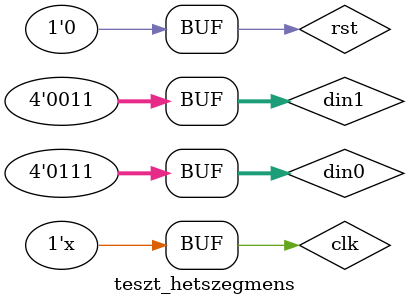
<source format=v>
`timescale 1ns / 1ps


module teszt_hetszegmens;

	// Inputs
	reg clk;
	reg rst;
	reg [3:0] din0;
	reg [3:0] din1;

	// Outputs
	wire [3:0] AN;
	wire [7:0] SEG;

	// Instantiate the Unit Under Test (UUT)
	hetszegmens uut (
		.clk(clk), 
		.rst(rst), 
		.din0(din0), 
		.din1(din1), 
		.AN(AN), 
		.SEG(SEG)
	);

	initial begin
		// Initialize Inputs
		clk = 0;
		rst = 1;
		din0 = 0;
		din1 = 0;

		// Wait 100 ns for global reset to finish
		#100;
		rst = 0;
		
		#10
		din0 <= 7;
		din1 <= 3;
        
		// Add stimulus here

	end
	
	// órajel
	always #5 clk = ~clk;
      
endmodule


</source>
